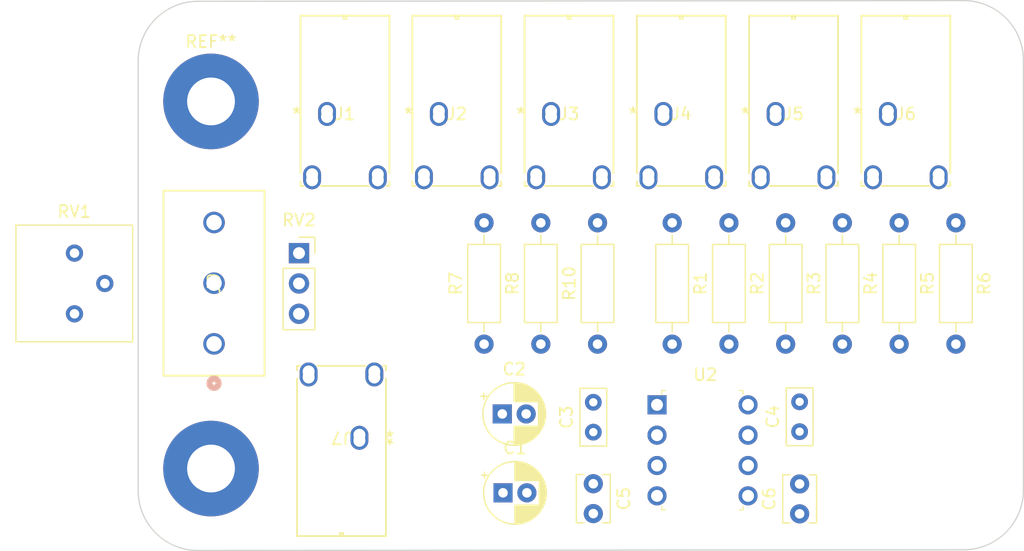
<source format=kicad_pcb>
(kicad_pcb (version 20221018) (generator pcbnew)
  (layers (0 "F.Cu" signal) (31 "B.Cu" signal) (34 "B.Paste" user) (35 "F.Paste" user) (36 "B.SilkS" user "B.Silkscreen") (37 "F.SilkS" user "F.Silkscreen") (38 "B.Mask" user) (39 "F.Mask" user) (44 "Edge.Cuts" user))
  (net 0 "")
  (net 1 "Net-(C1-Pad1)")
  (net 2 "Net-(C2-Pad1)")
  (net 3 "Net-(C2-Pad2)")
  (net 4 "Net-(C3-Pad2)")
  (net 5 "Net-(C4-Pad2)")
  (net 7 "Net-(J1-Pad3)")
  (net 8 "GND")
  (net 10 "Net-(J2-Pad3)")
  (net 12 "Net-(J3-Pad3)")
  (net 14 "Net-(J4-Pad3)")
  (net 16 "Net-(J5-Pad3)")
  (net 18 "Net-(J6-Pad3)")
  (net 20 "Net-(J7-Pad3)")
  (net 21 "Net-(U2A--)")
  (net 22 "Net-(U2B--)")
  (net 23 "Net-(U2C-V-)")
  (net 24 "Net-(U2C-V+)")
  (net 25 "/V+")
  (net 26 "/V-")
  (footprint "Resistor_THT:R_Axial_DIN0207_L6.3mm_D2.5mm_P10.16mm_Horizontal" (layer "F.Cu") (at 72.898 49.022 -90)
    (fp_text reference "R1" (at 5.08 -2.37 -90) (layer "F.SilkS"))
    (fp_text value "22k")
    (pad "1" thru_hole circle (at 0 0 270) (size 1.6 1.6) (drill 0.8) (layers "*.Cu" "*.Mask") (net 7 "Net-(J1-Pad3)"))
    (pad "2" thru_hole oval (at 10.16 0 270) (size 1.6 1.6) (drill 0.8) (layers "*.Cu" "*.Mask") (net 1 "Net-(C1-Pad1)"))
  )
  (footprint "" (layer "F.Cu") (at 34.29 69.596)
    (fp_text reference "" (at 0 0) (layer "F.SilkS") (effects (font (size 1.27 1.27))))
    (fp_text value "" (at 0 0) (layer "F.SilkS") (effects (font (size 1.27 1.27))))
    (pad "1" thru_hole circle (at 0 0) (size 8 8) (drill 4) (layers "*.Cu" "*.Mask"))
  )
  (footprint "kycon:STX-3000_KYC" (layer "F.Cu") (at 81.557876 39.911998)
    (fp_text reference "J5" (at 1.500124 0 unlocked) (layer "F.SilkS"))
    (fp_text value "STX-3000")
    (fp_text user "*" (at -2.54 0) (layer "F.SilkS"))
    (fp_text user "*" (at -2.54 0 unlocked) (layer "F.SilkS"))
    (fp_line (start -1.249817 5.554002) (end -1.249817 5.046002) (stroke (width 0.9906)) (layer "Edge.Cuts"))
    (fp_line (start 0 0.254) (end 0 -0.254) (stroke (width 0.9906)) (layer "Edge.Cuts"))
    (fp_line (start 4.250182 5.554002) (end 4.250182 5.046002) (stroke (width 0.9906)) (layer "Edge.Cuts"))
    (pad "" np_thru_hole circle (at -1.249817 5.046002) (size 0.9906 0.9906) (drill 0.9906) (layers "*.Cu" "*.Mask"))
    (pad "" np_thru_hole circle (at -1.249817 5.554002) (size 0.9906 0.9906) (drill 0.9906) (layers "*.Cu" "*.Mask"))
    (pad "" np_thru_hole circle (at 0 -0.254) (size 0.9906 0.9906) (drill 0.9906) (layers "*.Cu" "*.Mask"))
    (pad "" np_thru_hole circle (at 0 0.254) (size 0.9906 0.9906) (drill 0.9906) (layers "*.Cu" "*.Mask"))
    (pad "" np_thru_hole circle (at 1.500124 -4.1) (size 0.9906 0.9906) (drill 0.9906) (layers "*.Cu" "*.Mask"))
    (pad "" np_thru_hole circle (at 1.500124 3.4) (size 0.9906 0.9906) (drill 0.9906) (layers "*.Cu" "*.Mask"))
    (pad "" np_thru_hole circle (at 4.250182 5.046002) (size 0.9906 0.9906) (drill 0.9906) (layers "*.Cu" "*.Mask"))
    (pad "" np_thru_hole circle (at 4.250182 5.554002) (size 0.9906 0.9906) (drill 0.9906) (layers "*.Cu" "*.Mask"))
    (pad "1" thru_hole oval (at 0 0 90) (size 2.0066 1.4986) (drill 0.0254) (layers "*.Cu" "*.Mask") (net 8 "GND"))
    (pad "2" thru_hole oval (at 4.250182 5.300002 90) (size 2.0066 1.4986) (drill 0.0254) (layers "*.Cu" "*.Mask"))
    (pad "3" thru_hole oval (at -1.249817 5.300002 90) (size 2.0066 1.4986) (drill 0.0254) (layers "*.Cu" "*.Mask") (net 16 "Net-(J5-Pad3)"))
  )
  (footprint "Resistor_THT:R_Axial_DIN0207_L6.3mm_D2.5mm_P10.16mm_Horizontal" (layer "F.Cu") (at 66.65 59.182 90)
    (fp_text reference "R10" (at 5.08 -2.37 90) (layer "F.SilkS"))
    (fp_text value "75R")
    (pad "1" thru_hole circle (at 0 0 90) (size 1.6 1.6) (drill 0.8) (layers "*.Cu" "*.Mask") (net 5 "Net-(C4-Pad2)"))
    (pad "2" thru_hole oval (at 10.16 0 90) (size 1.6 1.6) (drill 0.8) (layers "*.Cu" "*.Mask") (net 2 "Net-(C2-Pad1)"))
  )
  (footprint "kycon:STX-3000_KYC" (layer "F.Cu") (at 90.955876 39.911998)
    (fp_text reference "J6" (at 1.500124 0 unlocked) (layer "F.SilkS"))
    (fp_text value "STX-3000")
    (fp_text user "*" (at -2.54 0 unlocked) (layer "F.SilkS"))
    (fp_text user "*" (at -2.54 0) (layer "F.SilkS"))
    (fp_line (start -1.249817 5.554002) (end -1.249817 5.046002) (stroke (width 0.9906)) (layer "Edge.Cuts"))
    (fp_line (start 0 0.254) (end 0 -0.254) (stroke (width 0.9906)) (layer "Edge.Cuts"))
    (fp_line (start 4.250182 5.554002) (end 4.250182 5.046002) (stroke (width 0.9906)) (layer "Edge.Cuts"))
    (pad "" np_thru_hole circle (at -1.249817 5.046002) (size 0.9906 0.9906) (drill 0.9906) (layers "*.Cu" "*.Mask"))
    (pad "" np_thru_hole circle (at -1.249817 5.554002) (size 0.9906 0.9906) (drill 0.9906) (layers "*.Cu" "*.Mask"))
    (pad "" np_thru_hole circle (at 0 -0.254) (size 0.9906 0.9906) (drill 0.9906) (layers "*.Cu" "*.Mask"))
    (pad "" np_thru_hole circle (at 0 0.254) (size 0.9906 0.9906) (drill 0.9906) (layers "*.Cu" "*.Mask"))
    (pad "" np_thru_hole circle (at 1.500124 -4.1) (size 0.9906 0.9906) (drill 0.9906) (layers "*.Cu" "*.Mask"))
    (pad "" np_thru_hole circle (at 1.500124 3.4) (size 0.9906 0.9906) (drill 0.9906) (layers "*.Cu" "*.Mask"))
    (pad "" np_thru_hole circle (at 4.250182 5.046002) (size 0.9906 0.9906) (drill 0.9906) (layers "*.Cu" "*.Mask"))
    (pad "" np_thru_hole circle (at 4.250182 5.554002) (size 0.9906 0.9906) (drill 0.9906) (layers "*.Cu" "*.Mask"))
    (pad "1" thru_hole oval (at 0 0 90) (size 2.0066 1.4986) (drill 0.0254) (layers "*.Cu" "*.Mask") (net 8 "GND"))
    (pad "2" thru_hole oval (at 4.250182 5.300002 90) (size 2.0066 1.4986) (drill 0.0254) (layers "*.Cu" "*.Mask"))
    (pad "3" thru_hole oval (at -1.249817 5.300002 90) (size 2.0066 1.4986) (drill 0.0254) (layers "*.Cu" "*.Mask") (net 18 "Net-(J6-Pad3)"))
  )
  (footprint "Resistor_THT:R_Axial_DIN0207_L6.3mm_D2.5mm_P10.16mm_Horizontal" (layer "F.Cu") (at 82.398 49.022 -90)
    (fp_text reference "R3" (at 5.08 -2.37 -90) (layer "F.SilkS"))
    (fp_text value "R_US")
    (pad "1" thru_hole circle (at 0 0 270) (size 1.6 1.6) (drill 0.8) (layers "*.Cu" "*.Mask") (net 12 "Net-(J3-Pad3)"))
    (pad "2" thru_hole oval (at 10.16 0 270) (size 1.6 1.6) (drill 0.8) (layers "*.Cu" "*.Mask") (net 1 "Net-(C1-Pad1)"))
  )
  (footprint "Resistor_THT:R_Axial_DIN0207_L6.3mm_D2.5mm_P10.16mm_Horizontal" (layer "F.Cu") (at 91.898 49.022 -90)
    (fp_text reference "R5" (at 5.08 -2.37 -90) (layer "F.SilkS"))
    (fp_text value "R_US")
    (pad "1" thru_hole circle (at 0 0 270) (size 1.6 1.6) (drill 0.8) (layers "*.Cu" "*.Mask") (net 16 "Net-(J5-Pad3)"))
    (pad "2" thru_hole oval (at 10.16 0 270) (size 1.6 1.6) (drill 0.8) (layers "*.Cu" "*.Mask") (net 1 "Net-(C1-Pad1)"))
  )
  (footprint "kycon:STX-3000_KYC" (layer "F.Cu") (at 44.004218 39.911998)
    (fp_text reference "J1" (at 1.500124 0 unlocked) (layer "F.SilkS"))
    (fp_text value "STX-3000")
    (fp_text user "*" (at -2.54 0) (layer "F.SilkS"))
    (fp_text user "*" (at -2.54 0 unlocked) (layer "F.SilkS"))
    (fp_line (start -1.249817 5.554002) (end -1.249817 5.046002) (stroke (width 0.9906)) (layer "Edge.Cuts"))
    (fp_line (start 0 0.254) (end 0 -0.254) (stroke (width 0.9906)) (layer "Edge.Cuts"))
    (fp_line (start 4.250182 5.554002) (end 4.250182 5.046002) (stroke (width 0.9906)) (layer "Edge.Cuts"))
    (pad "" np_thru_hole circle (at -1.249817 5.046002) (size 0.9906 0.9906) (drill 0.9906) (layers "*.Cu" "*.Mask"))
    (pad "" np_thru_hole circle (at -1.249817 5.554002) (size 0.9906 0.9906) (drill 0.9906) (layers "*.Cu" "*.Mask"))
    (pad "" np_thru_hole circle (at 0 -0.254) (size 0.9906 0.9906) (drill 0.9906) (layers "*.Cu" "*.Mask"))
    (pad "" np_thru_hole circle (at 0 0.254) (size 0.9906 0.9906) (drill 0.9906) (layers "*.Cu" "*.Mask"))
    (pad "" np_thru_hole circle (at 1.500124 -4.1) (size 0.9906 0.9906) (drill 0.9906) (layers "*.Cu" "*.Mask"))
    (pad "" np_thru_hole circle (at 1.500124 3.4) (size 0.9906 0.9906) (drill 0.9906) (layers "*.Cu" "*.Mask"))
    (pad "" np_thru_hole circle (at 4.250182 5.046002) (size 0.9906 0.9906) (drill 0.9906) (layers "*.Cu" "*.Mask"))
    (pad "" np_thru_hole circle (at 4.250182 5.554002) (size 0.9906 0.9906) (drill 0.9906) (layers "*.Cu" "*.Mask"))
    (pad "1" thru_hole oval (at 0 0 90) (size 2.0066 1.4986) (drill 0.0254) (layers "*.Cu" "*.Mask") (net 8 "GND"))
    (pad "2" thru_hole oval (at 4.250182 5.300002 90) (size 2.0066 1.4986) (drill 0.0254) (layers "*.Cu" "*.Mask"))
    (pad "3" thru_hole oval (at -1.249817 5.300002 90) (size 2.0066 1.4986) (drill 0.0254) (layers "*.Cu" "*.Mask") (net 7 "Net-(J1-Pad3)"))
  )
  (footprint "Resistor_THT:R_Axial_DIN0207_L6.3mm_D2.5mm_P10.16mm_Horizontal" (layer "F.Cu") (at 96.648 49.022 -90)
    (fp_text reference "R6" (at 5.08 -2.37 -90) (layer "F.SilkS"))
    (fp_text value "R_US")
    (pad "1" thru_hole circle (at 0 0 270) (size 1.6 1.6) (drill 0.8) (layers "*.Cu" "*.Mask") (net 18 "Net-(J6-Pad3)"))
    (pad "2" thru_hole oval (at 10.16 0 270) (size 1.6 1.6) (drill 0.8) (layers "*.Cu" "*.Mask") (net 1 "Net-(C1-Pad1)"))
  )
  (footprint "kycon:STX-3000_KYC" (layer "F.Cu") (at 62.761876 39.911998)
    (fp_text reference "J3" (at 1.500124 0 unlocked) (layer "F.SilkS"))
    (fp_text value "STX-3000")
    (fp_text user "*" (at -2.54 0 unlocked) (layer "F.SilkS"))
    (fp_text user "*" (at -2.54 0) (layer "F.SilkS"))
    (fp_line (start -1.249817 5.554002) (end -1.249817 5.046002) (stroke (width 0.9906)) (layer "Edge.Cuts"))
    (fp_line (start 0 0.254) (end 0 -0.254) (stroke (width 0.9906)) (layer "Edge.Cuts"))
    (fp_line (start 4.250182 5.554002) (end 4.250182 5.046002) (stroke (width 0.9906)) (layer "Edge.Cuts"))
    (pad "" np_thru_hole circle (at -1.249817 5.046002) (size 0.9906 0.9906) (drill 0.9906) (layers "*.Cu" "*.Mask"))
    (pad "" np_thru_hole circle (at -1.249817 5.554002) (size 0.9906 0.9906) (drill 0.9906) (layers "*.Cu" "*.Mask"))
    (pad "" np_thru_hole circle (at 0 -0.254) (size 0.9906 0.9906) (drill 0.9906) (layers "*.Cu" "*.Mask"))
    (pad "" np_thru_hole circle (at 0 0.254) (size 0.9906 0.9906) (drill 0.9906) (layers "*.Cu" "*.Mask"))
    (pad "" np_thru_hole circle (at 1.500124 -4.1) (size 0.9906 0.9906) (drill 0.9906) (layers "*.Cu" "*.Mask"))
    (pad "" np_thru_hole circle (at 1.500124 3.4) (size 0.9906 0.9906) (drill 0.9906) (layers "*.Cu" "*.Mask"))
    (pad "" np_thru_hole circle (at 4.250182 5.046002) (size 0.9906 0.9906) (drill 0.9906) (layers "*.Cu" "*.Mask"))
    (pad "" np_thru_hole circle (at 4.250182 5.554002) (size 0.9906 0.9906) (drill 0.9906) (layers "*.Cu" "*.Mask"))
    (pad "1" thru_hole oval (at 0 0 90) (size 2.0066 1.4986) (drill 0.0254) (layers "*.Cu" "*.Mask") (net 8 "GND"))
    (pad "2" thru_hole oval (at 4.250182 5.300002 90) (size 2.0066 1.4986) (drill 0.0254) (layers "*.Cu" "*.Mask"))
    (pad "3" thru_hole oval (at -1.249817 5.300002 90) (size 2.0066 1.4986) (drill 0.0254) (layers "*.Cu" "*.Mask") (net 12 "Net-(J3-Pad3)"))
  )
  (footprint "Connector_PinSocket_2.54mm:PinSocket_1x03_P2.54mm_Vertical" (layer "F.Cu") (at 41.656 51.562)
    (fp_text reference "RV2" (at 0 -2.77) (layer "F.SilkS"))
    (fp_text value "R_Potentiometer")
    (pad "1" thru_hole rect (at 0 0) (size 1.7 1.7) (drill 1) (layers "*.Cu" "*.Mask") (net 3 "Net-(C2-Pad2)"))
    (pad "2" thru_hole oval (at 0 2.54) (size 1.7 1.7) (drill 1) (layers "*.Cu" "*.Mask") (net 20 "Net-(J7-Pad3)"))
    (pad "3" thru_hole oval (at 0 5.08) (size 1.7 1.7) (drill 1) (layers "*.Cu" "*.Mask") (net 8 "GND"))
  )
  (footprint "Capacitor_THT:C_Disc_D3.8mm_W2.6mm_P2.50mm" (layer "F.Cu") (at 83.566 73.386 90)
    (fp_text reference "C6" (at 1.25 -2.55 90) (layer "F.SilkS"))
    (fp_text value "0.1uF")
    (pad "1" thru_hole circle (at 0 0 90) (size 1.6 1.6) (drill 0.8) (layers "*.Cu" "*.Mask") (net 24 "Net-(U2C-V+)"))
    (pad "2" thru_hole circle (at 2.5 0 90) (size 1.6 1.6) (drill 0.8) (layers "*.Cu" "*.Mask") (net 8 "GND"))
  )
  (footprint "kycon:STX-3000_KYC" (layer "F.Cu") (at 46.712124 67.02 180)
    (fp_text reference "J7" (at 1.500124 0 180 unlocked) (layer "F.SilkS"))
    (fp_text value "STX-3000")
    (fp_text user "*" (at -2.54 0) (layer "F.SilkS"))
    (fp_text user "*" (at -2.54 0 180 unlocked) (layer "F.SilkS"))
    (fp_line (start -1.249817 5.554002) (end -1.249817 5.046002) (stroke (width 0.9906)) (layer "Edge.Cuts"))
    (fp_line (start 0 0.254) (end 0 -0.254) (stroke (width 0.9906)) (layer "Edge.Cuts"))
    (fp_line (start 4.250182 5.554002) (end 4.250182 5.046002) (stroke (width 0.9906)) (layer "Edge.Cuts"))
    (pad "" np_thru_hole circle (at -1.249817 5.046002 180) (size 0.9906 0.9906) (drill 0.9906) (layers "*.Cu" "*.Mask"))
    (pad "" np_thru_hole circle (at -1.249817 5.554002 180) (size 0.9906 0.9906) (drill 0.9906) (layers "*.Cu" "*.Mask"))
    (pad "" np_thru_hole circle (at 0 -0.254 180) (size 0.9906 0.9906) (drill 0.9906) (layers "*.Cu" "*.Mask"))
    (pad "" np_thru_hole circle (at 0 0.254 180) (size 0.9906 0.9906) (drill 0.9906) (layers "*.Cu" "*.Mask"))
    (pad "" np_thru_hole circle (at 1.500124 -4.1 180) (size 0.9906 0.9906) (drill 0.9906) (layers "*.Cu" "*.Mask"))
    (pad "" np_thru_hole circle (at 1.500124 3.4 180) (size 0.9906 0.9906) (drill 0.9906) (layers "*.Cu" "*.Mask"))
    (pad "" np_thru_hole circle (at 4.250182 5.046002 180) (size 0.9906 0.9906) (drill 0.9906) (layers "*.Cu" "*.Mask"))
    (pad "" np_thru_hole circle (at 4.250182 5.554002 180) (size 0.9906 0.9906) (drill 0.9906) (layers "*.Cu" "*.Mask"))
    (pad "1" thru_hole oval (at 0 0 270) (size 2.0066 1.4986) (drill 0.0254) (layers "*.Cu" "*.Mask") (net 8 "GND"))
    (pad "2" thru_hole oval (at 4.250182 5.300002 270) (size 2.0066 1.4986) (drill 0.0254) (layers "*.Cu" "*.Mask"))
    (pad "3" thru_hole oval (at -1.249817 5.300002 270) (size 2.0066 1.4986) (drill 0.0254) (layers "*.Cu" "*.Mask") (net 20 "Net-(J7-Pad3)"))
  )
  (footprint "Capacitor_THT:CP_Radial_D5.0mm_P2.00mm" (layer "F.Cu") (at 58.674 65.024)
    (fp_text reference "C2" (at 1 -3.75) (layer "F.SilkS"))
    (fp_text value "100uF")
    (pad "1" thru_hole rect (at 0 0) (size 1.6 1.6) (drill 0.8) (layers "*.Cu" "*.Mask") (net 2 "Net-(C2-Pad1)"))
    (pad "2" thru_hole circle (at 2 0) (size 1.6 1.6) (drill 0.8) (layers "*.Cu" "*.Mask") (net 3 "Net-(C2-Pad2)"))
  )
  (footprint "Capacitor_THT:C_Rect_L4.6mm_W2.0mm_P2.50mm_MKS02_FKP02" (layer "F.Cu") (at 66.294 66.548 90)
    (fp_text reference "C3" (at 1.25 -2.25 90) (layer "F.SilkS"))
    (fp_text value "100pf")
    (pad "1" thru_hole circle (at 0 0 90) (size 1.4 1.4) (drill 0.7) (layers "*.Cu" "*.Mask") (net 21 "Net-(U2A--)"))
    (pad "2" thru_hole circle (at 2.5 0 90) (size 1.4 1.4) (drill 0.7) (layers "*.Cu" "*.Mask") (net 4 "Net-(C3-Pad2)"))
  )
  (footprint "Resistor_THT:R_Axial_DIN0207_L6.3mm_D2.5mm_P10.16mm_Horizontal" (layer "F.Cu") (at 87.148 49.022 -90)
    (fp_text reference "R4" (at 5.08 -2.37 -90) (layer "F.SilkS"))
    (fp_text value "R_US")
    (pad "1" thru_hole circle (at 0 0 270) (size 1.6 1.6) (drill 0.8) (layers "*.Cu" "*.Mask") (net 14 "Net-(J4-Pad3)"))
    (pad "2" thru_hole oval (at 10.16 0 270) (size 1.6 1.6) (drill 0.8) (layers "*.Cu" "*.Mask") (net 1 "Net-(C1-Pad1)"))
  )
  (footprint "kycon:STX-3000_KYC" (layer "F.Cu") (at 53.363876 39.911998)
    (fp_text reference "J2" (at 1.500124 0 unlocked) (layer "F.SilkS"))
    (fp_text value "STX-3000")
    (fp_text user "*" (at -2.54 0 unlocked) (layer "F.SilkS"))
    (fp_text user "*" (at -2.54 0 unlocked) (layer "F.SilkS"))
    (fp_line (start -1.249817 5.554002) (end -1.249817 5.046002) (stroke (width 0.9906)) (layer "Edge.Cuts"))
    (fp_line (start 0 0.254) (end 0 -0.254) (stroke (width 0.9906)) (layer "Edge.Cuts"))
    (fp_line (start 4.250182 5.554002) (end 4.250182 5.046002) (stroke (width 0.9906)) (layer "Edge.Cuts"))
    (pad "" np_thru_hole circle (at -1.249817 5.046002) (size 0.9906 0.9906) (drill 0.9906) (layers "*.Cu" "*.Mask"))
    (pad "" np_thru_hole circle (at -1.249817 5.554002) (size 0.9906 0.9906) (drill 0.9906) (layers "*.Cu" "*.Mask"))
    (pad "" np_thru_hole circle (at 0 -0.254) (size 0.9906 0.9906) (drill 0.9906) (layers "*.Cu" "*.Mask"))
    (pad "" np_thru_hole circle (at 0 0.254) (size 0.9906 0.9906) (drill 0.9906) (layers "*.Cu" "*.Mask"))
    (pad "" np_thru_hole circle (at 1.500124 -4.1) (size 0.9906 0.9906) (drill 0.9906) (layers "*.Cu" "*.Mask"))
    (pad "" np_thru_hole circle (at 1.500124 3.4) (size 0.9906 0.9906) (drill 0.9906) (layers "*.Cu" "*.Mask"))
    (pad "" np_thru_hole circle (at 4.250182 5.046002) (size 0.9906 0.9906) (drill 0.9906) (layers "*.Cu" "*.Mask"))
    (pad "" np_thru_hole circle (at 4.250182 5.554002) (size 0.9906 0.9906) (drill 0.9906) (layers "*.Cu" "*.Mask"))
    (pad "1" thru_hole oval (at 0 0 90) (size 2.0066 1.4986) (drill 0.0254) (layers "*.Cu" "*.Mask") (net 8 "GND"))
    (pad "2" thru_hole oval (at 4.250182 5.300002 90) (size 2.0066 1.4986) (drill 0.0254) (layers "*.Cu" "*.Mask"))
    (pad "3" thru_hole oval (at -1.249817 5.300002 90) (size 2.0066 1.4986) (drill 0.0254) (layers "*.Cu" "*.Mask") (net 10 "Net-(J2-Pad3)"))
  )
  (footprint "Resistor_THT:R_Axial_DIN0207_L6.3mm_D2.5mm_P10.16mm_Horizontal" (layer "F.Cu") (at 77.648 49.022 -90)
    (fp_text reference "R2" (at 5.08 -2.37 -90) (layer "F.SilkS"))
    (fp_text value "R_US")
    (pad "1" thru_hole circle (at 0 0 270) (size 1.6 1.6) (drill 0.8) (layers "*.Cu" "*.Mask") (net 10 "Net-(J2-Pad3)"))
    (pad "2" thru_hole oval (at 10.16 0 270) (size 1.6 1.6) (drill 0.8) (layers "*.Cu" "*.Mask") (net 1 "Net-(C1-Pad1)"))
  )
  (footprint "Resistor_THT:R_Axial_DIN0207_L6.3mm_D2.5mm_P10.16mm_Horizontal" (layer "F.Cu") (at 61.9 59.182 90)
    (fp_text reference "R8" (at 5.08 -2.37 90) (layer "F.SilkS"))
    (fp_text value "10k")
    (pad "1" thru_hole circle (at 0 0 90) (size 1.6 1.6) (drill 0.8) (layers "*.Cu" "*.Mask") (net 4 "Net-(C3-Pad2)"))
    (pad "2" thru_hole oval (at 10.16 0 90) (size 1.6 1.6) (drill 0.8) (layers "*.Cu" "*.Mask") (net 22 "Net-(U2B--)"))
  )
  (footprint "Capacitor_THT:C_Rect_L4.6mm_W2.0mm_P2.50mm_MKS02_FKP02" (layer "F.Cu") (at 83.566 66.508 90)
    (fp_text reference "C4" (at 1.25 -2.25 90) (layer "F.SilkS"))
    (fp_text value "100pf")
    (pad "1" thru_hole circle (at 0 0 90) (size 1.4 1.4) (drill 0.7) (layers "*.Cu" "*.Mask") (net 22 "Net-(U2B--)"))
    (pad "2" thru_hole circle (at 2.5 0 90) (size 1.4 1.4) (drill 0.7) (layers "*.Cu" "*.Mask") (net 5 "Net-(C4-Pad2)"))
  )
  (footprint "Potentiometer_THT:Potentiometer_Bourns_3386P_Vertical" (layer "F.Cu") (at 22.86 56.642)
    (fp_text reference "RV1" (at -0.015 -8.555) (layer "F.SilkS"))
    (fp_text value "R_Potentiometer")
    (pad "1" thru_hole circle (at 0 0) (size 1.44 1.44) (drill 0.8) (layers "*.Cu" "*.Mask") (net 2 "Net-(C2-Pad1)"))
    (pad "2" thru_hole circle (at 2.54 -2.54) (size 1.44 1.44) (drill 0.8) (layers "*.Cu" "*.Mask") (net 22 "Net-(U2B--)"))
    (pad "3" thru_hole circle (at 0 -5.08) (size 1.44 1.44) (drill 0.8) (layers "*.Cu" "*.Mask") (net 22 "Net-(U2B--)"))
  )
  (footprint "CUI:CONN3_TB006-508_CUD" (layer "F.Cu") (at 34.544 59.1566 90)
    (fp_text reference "J9" (at 5.08 0 90 unlocked) (layer "F.SilkS"))
    (fp_text value "TB006-508-03BE")
    (pad "1" thru_hole circle (at 0 0 90) (size 1.8034 1.8034) (drill 1.2954) (layers "*.Cu" "*.Mask") (net 25 "/V+"))
    (pad "2" thru_hole circle (at 5.08 0 90) (size 1.8034 1.8034) (drill 1.2954) (layers "*.Cu" "*.Mask") (net 8 "GND"))
    (pad "3" thru_hole circle (at 10.16 0 90) (size 1.8034 1.8034) (drill 1.2954) (layers "*.Cu" "*.Mask") (net 26 "/V-"))
  )
  (footprint "kycon:STX-3000_KYC" (layer "F.Cu") (at 72.159876 39.911998)
    (fp_text reference "J4" (at 1.500124 0 unlocked) (layer "F.SilkS"))
    (fp_text value "STX-3000")
    (fp_text user "*" (at -2.54 0) (layer "F.SilkS"))
    (fp_text user "*" (at -2.54 0 unlocked) (layer "F.SilkS"))
    (fp_line (start -1.249817 5.554002) (end -1.249817 5.046002) (stroke (width 0.9906)) (layer "Edge.Cuts"))
    (fp_line (start 0 0.254) (end 0 -0.254) (stroke (width 0.9906)) (layer "Edge.Cuts"))
    (fp_line (start 4.250182 5.554002) (end 4.250182 5.046002) (stroke (width 0.9906)) (layer "Edge.Cuts"))
    (pad "" np_thru_hole circle (at -1.249817 5.046002) (size 0.9906 0.9906) (drill 0.9906) (layers "*.Cu" "*.Mask"))
    (pad "" np_thru_hole circle (at -1.249817 5.554002) (size 0.9906 0.9906) (drill 0.9906) (layers "*.Cu" "*.Mask"))
    (pad "" np_thru_hole circle (at 0 -0.254) (size 0.9906 0.9906) (drill 0.9906) (layers "*.Cu" "*.Mask"))
    (pad "" np_thru_hole circle (at 0 0.254) (size 0.9906 0.9906) (drill 0.9906) (layers "*.Cu" "*.Mask"))
    (pad "" np_thru_hole circle (at 1.500124 -4.1) (size 0.9906 0.9906) (drill 0.9906) (layers "*.Cu" "*.Mask"))
    (pad "" np_thru_hole circle (at 1.500124 3.4) (size 0.9906 0.9906) (drill 0.9906) (layers "*.Cu" "*.Mask"))
    (pad "" np_thru_hole circle (at 4.250182 5.046002) (size 0.9906 0.9906) (drill 0.9906) (layers "*.Cu" "*.Mask"))
    (pad "" np_thru_hole circle (at 4.250182 5.554002) (size 0.9906 0.9906) (drill 0.9906) (layers "*.Cu" "*.Mask"))
    (pad "1" thru_hole oval (at 0 0 90) (size 2.0066 1.4986) (drill 0.0254) (layers "*.Cu" "*.Mask") (net 8 "GND"))
    (pad "2" thru_hole oval (at 4.250182 5.300002 90) (size 2.0066 1.4986) (drill 0.0254) (layers "*.Cu" "*.Mask"))
    (pad "3" thru_hole oval (at -1.249817 5.300002 90) (size 2.0066 1.4986) (drill 0.0254) (layers "*.Cu" "*.Mask") (net 14 "Net-(J4-Pad3)"))
  )
  (footprint "digikey-footprints:DIP-8_W7.62mm" (layer "F.Cu") (at 71.628 64.262)
    (fp_text reference "U2" (at 4.05 -2.52) (layer "F.SilkS"))
    (fp_text value "NE5532")
    (pad "1" thru_hole rect (at 0 0) (size 1.6 1.6) (drill 1) (layers "*.Cu" "*.Mask") (net 4 "Net-(C3-Pad2)"))
    (pad "2" thru_hole circle (at 0 2.54) (size 1.6 1.6) (drill 1) (layers "*.Cu" "*.Mask") (net 21 "Net-(U2A--)"))
    (pad "3" thru_hole circle (at 0 5.08) (size 1.6 1.6) (drill 1) (layers "*.Cu" "*.Mask") (net 8 "GND"))
    (pad "4" thru_hole circle (at 0 7.62) (size 1.6 1.6) (drill 1) (layers "*.Cu" "*.Mask") (net 23 "Net-(U2C-V-)"))
    (pad "5" thru_hole circle (at 7.62 7.62) (size 1.6 1.6) (drill 1) (layers "*.Cu" "*.Mask") (net 8 "GND"))
    (pad "6" thru_hole circle (at 7.62 5.08) (size 1.6 1.6) (drill 1) (layers "*.Cu" "*.Mask") (net 22 "Net-(U2B--)"))
    (pad "7" thru_hole circle (at 7.62 2.54) (size 1.6 1.6) (drill 1) (layers "*.Cu" "*.Mask") (net 5 "Net-(C4-Pad2)"))
    (pad "8" thru_hole circle (at 7.62 0) (size 1.6 1.6) (drill 1) (layers "*.Cu" "*.Mask") (net 24 "Net-(U2C-V+)"))
  )
  (footprint "Capacitor_THT:C_Disc_D3.8mm_W2.6mm_P2.50mm" (layer "F.Cu") (at 66.294 70.866 -90)
    (fp_text reference "C5" (at 1.25 -2.55 90) (layer "F.SilkS"))
    (fp_text value "0.1uf")
    (pad "1" thru_hole circle (at 0 0 270) (size 1.6 1.6) (drill 0.8) (layers "*.Cu" "*.Mask") (net 8 "GND"))
    (pad "2" thru_hole circle (at 2.5 0 270) (size 1.6 1.6) (drill 0.8) (layers "*.Cu" "*.Mask") (net 23 "Net-(U2C-V-)"))
  )
  (footprint "Resistor_THT:R_Axial_DIN0207_L6.3mm_D2.5mm_P10.16mm_Horizontal" (layer "F.Cu") (at 57.15 59.182 90)
    (fp_text reference "R7" (at 5.08 -2.37 90) (layer "F.SilkS"))
    (fp_text value "22k")
    (pad "1" thru_hole circle (at 0 0 90) (size 1.6 1.6) (drill 0.8) (layers "*.Cu" "*.Mask") (net 21 "Net-(U2A--)"))
    (pad "2" thru_hole oval (at 10.16 0 90) (size 1.6 1.6) (drill 0.8) (layers "*.Cu" "*.Mask") (net 4 "Net-(C3-Pad2)"))
  )
  (footprint "Capacitor_THT:CP_Radial_D5.0mm_P2.00mm" (layer "F.Cu") (at 58.734888 71.628)
    (fp_text reference "C1" (at 1 -3.75) (layer "F.SilkS"))
    (fp_text value "100uF")
    (pad "1" thru_hole rect (at 0 0) (size 1.6 1.6) (drill 0.8) (layers "*.Cu" "*.Mask") (net 1 "Net-(C1-Pad1)"))
    (pad "2" thru_hole circle (at 2 0) (size 1.6 1.6) (drill 0.8) (layers "*.Cu" "*.Mask") (net 21 "Net-(U2A--)"))
  )
  (footprint "MountingHole:MountingHole_4mm_Pad" (layer "F.Cu") (at 34.29 38.862)
    (fp_text reference "REF**" (at 0 -5) (layer "F.SilkS"))
    (fp_text value "MountingHole_4mm_Pad")
    (pad "1" thru_hole circle (at 0 0) (size 8 8) (drill 4) (layers "*.Cu" "*.Mask"))
  )
  (gr_arc (start 33.194 76.454) (mid 29.658466 74.989534) (end 28.194 71.454) (stroke (width 0.1)) (layer "Edge.Cuts"))
  (gr_line (start 28.194 71.454) (end 28.194 35.48) (stroke (width 0.1)) (layer "Edge.Cuts"))
  (gr_line (start 97.302466 76.394466) (end 33.194 76.454) (stroke (width 0.1)) (layer "Edge.Cuts"))
  (gr_arc (start 28.194 35.48) (mid 29.658466 31.944466) (end 33.194 30.48) (stroke (width 0.1)) (layer "Edge.Cuts"))
  (gr_line (start 102.302466 35.420466) (end 102.302466 71.394466) (stroke (width 0.1)) (layer "Edge.Cuts"))
  (gr_arc (start 97.302466 30.420466) (mid 100.838 31.884932) (end 102.302466 35.420466) (stroke (width 0.1)) (layer "Edge.Cuts"))
  (gr_arc (start 102.302466 71.394466) (mid 100.838 74.93) (end 97.302466 76.394466) (stroke (width 0.1)) (layer "Edge.Cuts"))
  (gr_line (start 33.194 30.48) (end 97.302466 30.420466) (stroke (width 0.1)) (layer "Edge.Cuts"))
)
</source>
